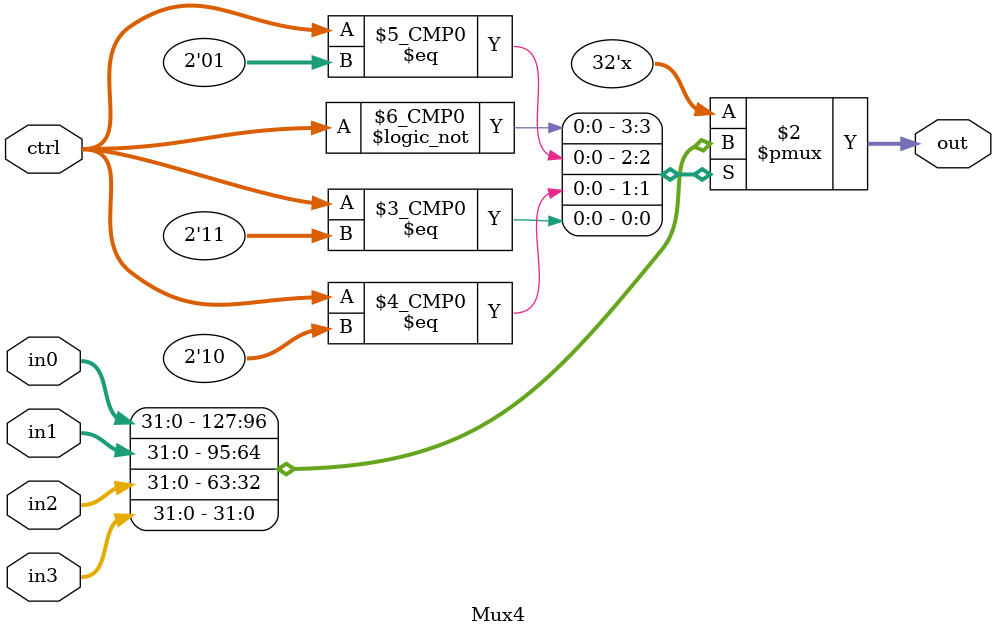
<source format=v>
module Mux2 #(parameter WIDTH = 32) (
	input  wire             ctrl,
	input  wire [WIDTH-1:0] in0, in1,
	output wire [WIDTH-1:0] out
);

	assign out = ctrl ? in1 : in0;
	
endmodule

module Mux4 #(parameter WIDTH = 32) (
	input  wire [1:0]   ctrl,
	input  wire [WIDTH-1:0] in0, in1, in2, in3,
	output reg [WIDTH-1:0] out
);
	
	always @(*) begin
		case(ctrl)
			2'b00: out <= in0;
			2'b01: out <= in1;
			2'b10: out <= in2;
			2'b11: out <= in3;
		endcase
	end
	
endmodule
</source>
